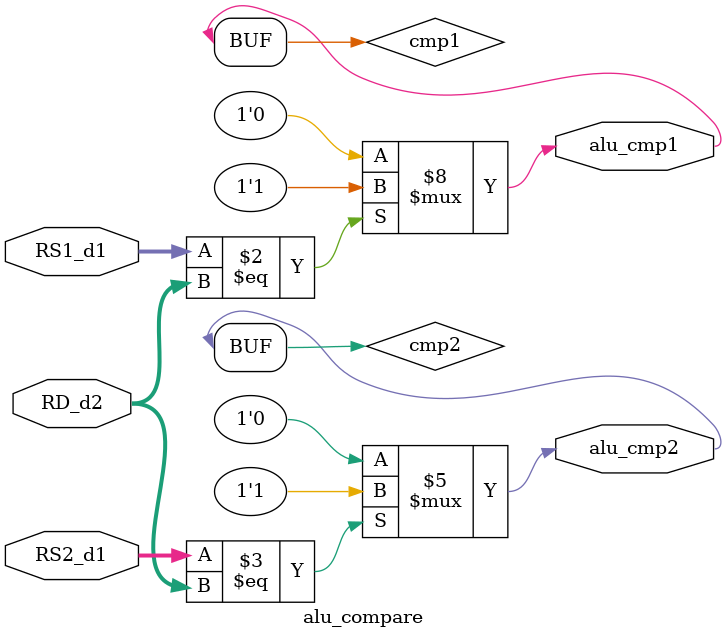
<source format=v>
module alu_compare(RS1_d1,RS2_d1,RD_d2,alu_cmp1,alu_cmp2);
input [4:0]RS1_d1;
input [4:0]RS2_d1;
input [4:0]RD_d2;
output alu_cmp1;
output alu_cmp2;

reg cmp1,cmp2;

always@(*)
begin
if(RS1_d1==RD_d2)
cmp1=1;
else
cmp1=0;


if(RS2_d1==RD_d2)
cmp2=1;
else
cmp2=0;

end

assign alu_cmp1 = cmp1;
assign alu_cmp2 = cmp2;

endmodule

</source>
